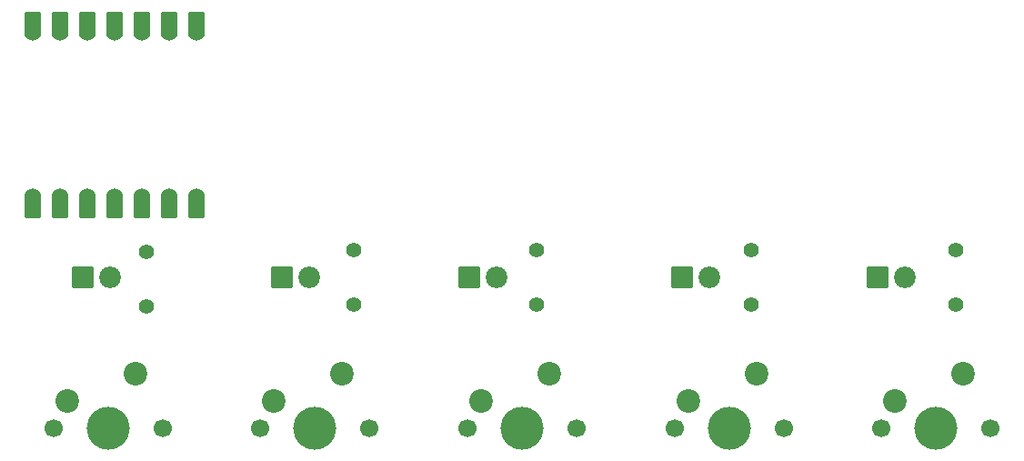
<source format=gbr>
%TF.GenerationSoftware,KiCad,Pcbnew,9.0.2*%
%TF.CreationDate,2025-07-04T18:20:36-07:00*%
%TF.ProjectId,hestia-pathfinder,68657374-6961-42d7-9061-746866696e64,rev?*%
%TF.SameCoordinates,Original*%
%TF.FileFunction,Soldermask,Top*%
%TF.FilePolarity,Negative*%
%FSLAX46Y46*%
G04 Gerber Fmt 4.6, Leading zero omitted, Abs format (unit mm)*
G04 Created by KiCad (PCBNEW 9.0.2) date 2025-07-04 18:20:36*
%MOMM*%
%LPD*%
G01*
G04 APERTURE LIST*
G04 Aperture macros list*
%AMRoundRect*
0 Rectangle with rounded corners*
0 $1 Rounding radius*
0 $2 $3 $4 $5 $6 $7 $8 $9 X,Y pos of 4 corners*
0 Add a 4 corners polygon primitive as box body*
4,1,4,$2,$3,$4,$5,$6,$7,$8,$9,$2,$3,0*
0 Add four circle primitives for the rounded corners*
1,1,$1+$1,$2,$3*
1,1,$1+$1,$4,$5*
1,1,$1+$1,$6,$7*
1,1,$1+$1,$8,$9*
0 Add four rect primitives between the rounded corners*
20,1,$1+$1,$2,$3,$4,$5,0*
20,1,$1+$1,$4,$5,$6,$7,0*
20,1,$1+$1,$6,$7,$8,$9,0*
20,1,$1+$1,$8,$9,$2,$3,0*%
G04 Aperture macros list end*
%ADD10C,2.019000*%
%ADD11RoundRect,0.102000X-0.907500X-0.907500X0.907500X-0.907500X0.907500X0.907500X-0.907500X0.907500X0*%
%ADD12C,1.400000*%
%ADD13C,1.700000*%
%ADD14C,4.000000*%
%ADD15C,2.200000*%
%ADD16RoundRect,0.152400X-0.609600X1.063600X-0.609600X-1.063600X0.609600X-1.063600X0.609600X1.063600X0*%
%ADD17C,1.524000*%
%ADD18RoundRect,0.152400X0.609600X-1.063600X0.609600X1.063600X-0.609600X1.063600X-0.609600X-1.063600X0*%
G04 APERTURE END LIST*
D10*
%TO.C,D4*%
X166670000Y-115000000D03*
D11*
X164130000Y-115000000D03*
%TD*%
D12*
%TO.C,R3*%
X150600000Y-117540000D03*
X150600000Y-112460000D03*
%TD*%
D13*
%TO.C,SW2*%
X124880000Y-129080000D03*
D14*
X129960000Y-129080000D03*
D13*
X135040000Y-129080000D03*
D15*
X132500000Y-124000000D03*
X126150000Y-126540000D03*
%TD*%
D12*
%TO.C,R5*%
X189600000Y-117540000D03*
X189600000Y-112460000D03*
%TD*%
D10*
%TO.C,D2*%
X129400000Y-115000000D03*
D11*
X126860000Y-115000000D03*
%TD*%
D13*
%TO.C,SW1*%
X105620000Y-129100000D03*
D14*
X110700000Y-129100000D03*
D13*
X115780000Y-129100000D03*
D15*
X113240000Y-124020000D03*
X106890000Y-126560000D03*
%TD*%
D13*
%TO.C,SW4*%
X163430000Y-129100000D03*
D14*
X168510000Y-129100000D03*
D13*
X173590000Y-129100000D03*
D15*
X171050000Y-124020000D03*
X164700000Y-126560000D03*
%TD*%
D10*
%TO.C,D3*%
X146900000Y-115000000D03*
D11*
X144360000Y-115000000D03*
%TD*%
D12*
%TO.C,R2*%
X133600000Y-117540000D03*
X133600000Y-112460000D03*
%TD*%
D10*
%TO.C,D5*%
X184900000Y-115000000D03*
D11*
X182360000Y-115000000D03*
%TD*%
D13*
%TO.C,SW5*%
X182700000Y-129100000D03*
D14*
X187780000Y-129100000D03*
D13*
X192860000Y-129100000D03*
D15*
X190320000Y-124020000D03*
X183970000Y-126560000D03*
%TD*%
D12*
%TO.C,R1*%
X114300000Y-112660000D03*
X114300000Y-117740000D03*
%TD*%
D16*
%TO.C,U1*%
X103680000Y-108355000D03*
D17*
X103680000Y-107520000D03*
D16*
X106220000Y-108355000D03*
D17*
X106220000Y-107520000D03*
D16*
X108760000Y-108355000D03*
D17*
X108760000Y-107520000D03*
D16*
X111300000Y-108355000D03*
D17*
X111300000Y-107520000D03*
D16*
X113840000Y-108355000D03*
D17*
X113840000Y-107520000D03*
D16*
X116380000Y-108355000D03*
D17*
X116380000Y-107520000D03*
D16*
X118920000Y-108355000D03*
D17*
X118920000Y-107520000D03*
X118920000Y-92280000D03*
D18*
X118920000Y-91445000D03*
D17*
X116380000Y-92280000D03*
D18*
X116380000Y-91445000D03*
D17*
X113840000Y-92280000D03*
D18*
X113840000Y-91445000D03*
D17*
X111300000Y-92280000D03*
D18*
X111300000Y-91445000D03*
D17*
X108760000Y-92280000D03*
D18*
X108760000Y-91445000D03*
D17*
X106220000Y-92280000D03*
D18*
X106220000Y-91445000D03*
D17*
X103680000Y-92280000D03*
D18*
X103680000Y-91445000D03*
%TD*%
D10*
%TO.C,D1*%
X110900000Y-115000000D03*
D11*
X108360000Y-115000000D03*
%TD*%
D13*
%TO.C,SW3*%
X144180000Y-129080000D03*
D14*
X149260000Y-129080000D03*
D13*
X154340000Y-129080000D03*
D15*
X151800000Y-124000000D03*
X145450000Y-126540000D03*
%TD*%
D12*
%TO.C,R4*%
X170600000Y-117540000D03*
X170600000Y-112460000D03*
%TD*%
M02*

</source>
